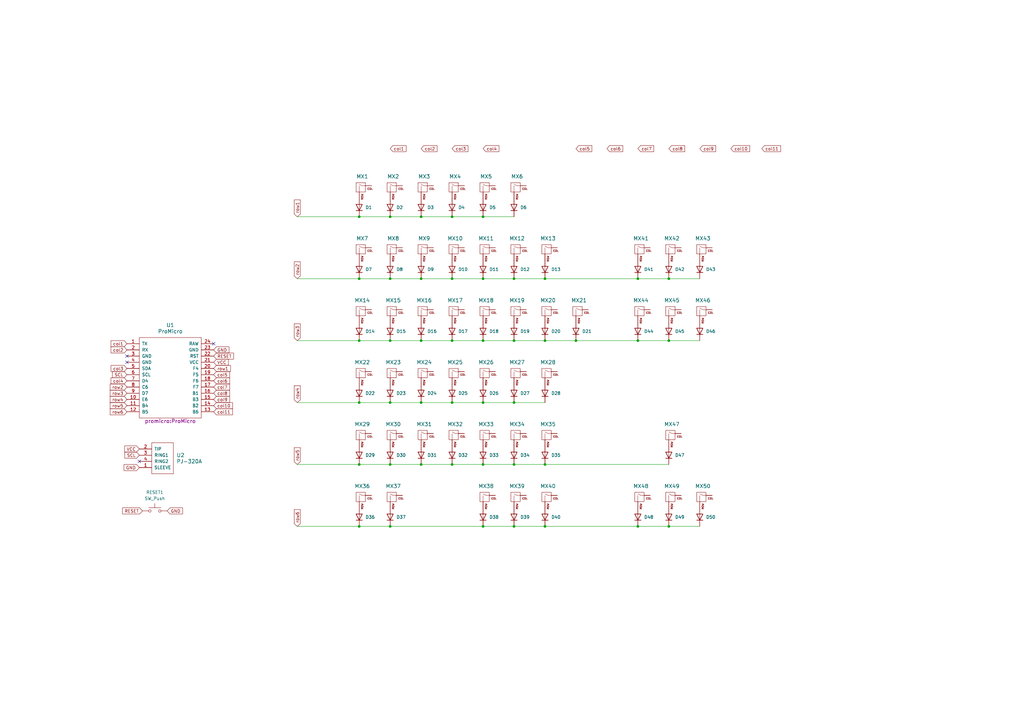
<source format=kicad_sch>
(kicad_sch (version 20230121) (generator eeschema)
  (paper "A3")
  (lib_symbols
    (symbol "Diode:1N4148" (pin_numbers hide) (pin_names hide)
      (property "Reference" "D" (at 0 2.54 0))
      (property "Value" "1N4148" (at 0 -2.54 0))
      (symbol "1N4148_0_1"
        (polyline (pts (xy -1.27 1.27) (xy -1.27 -1.27)) (stroke (width 0.254)))
        (polyline (pts (xy 1.27 0) (xy -1.27 0)))
        (polyline (pts (xy 1.27 1.27) (xy 1.27 -1.27) (xy -1.27 0) (xy 1.27 1.27)) (stroke (width 0.254)))
      )
      (symbol "1N4148_1_1"
        (pin passive line (at -3.81 0 0) (length 2.54) (name "K") (number "1"))
        (pin passive line (at 3.81 0 180) (length 2.54) (name "A") (number "2"))
      )
    )
    (symbol "MX_Alps_Hybrid:MX-NoLED" (pin_names (offset 1.016))
      (property "Reference" "MX" (at -0.635 3.81 0))
      (property "Value" "MX-NoLED" (at -0.635 1.27 0))
      (symbol "MX-NoLED_0_0"
        (rectangle (start -2.54 2.54) (end 1.27 -1.27))
        (polyline (pts (xy -1.27 -1.27) (xy -1.27 1.27)) (stroke (width 0.127)))
        (polyline (pts (xy 1.27 1.27) (xy 0 1.27) (xy -1.27 1.905)) (stroke (width 0.127)))
        (text "COL" (at 3.175 0 0) (effects (font (size 0.762 0.762))))
        (text "ROW" (at 0 -1.905 900) (effects (font (size 0.762 0.762)) (justify right)))
      )
      (symbol "MX-NoLED_1_1"
        (pin passive line (at 3.81 1.27 180) (length 2.54) (name "COL") (number "1"))
        (pin passive line (at -1.27 -3.81 90) (length 2.54) (name "ROW") (number "2"))
      )
    )
    (symbol "Switch:SW_Push" (pin_numbers hide) (pin_names (offset 1.016) hide)
      (property "Reference" "SW" (at 1.27 2.54 0))
      (property "Value" "SW_Push" (at 0 -1.524 0))
      (symbol "SW_Push_0_1"
        (circle (center -2.032 0) (radius 0.508))
        (polyline (pts (xy 0 1.27) (xy 0 3.048)))
        (polyline (pts (xy 2.54 1.27) (xy -2.54 1.27)))
        (circle (center 2.032 0) (radius 0.508))
        (pin passive line (at -5.08 0 0) (length 2.54) (name "1") (number "1"))
        (pin passive line (at 5.08 0 180) (length 2.54) (name "2") (number "2"))
      )
    )
    (symbol "TRRS-PJ-320A:PJ-320A" (pin_names (offset 1.016))
      (property "Reference" "U" (at 5.7912 7.6962 0))
      (property "Value" "PJ-320A" (at 5.7912 5.0038 0))
      (symbol "PJ-320A_0_1"
        (rectangle (start -3.81 0) (end -3.81 12.7))
        (rectangle (start -3.81 12.7) (end 5.08 12.7))
        (rectangle (start 5.08 0) (end -3.81 0))
        (rectangle (start 5.08 12.7) (end 5.08 0))
      )
      (symbol "PJ-320A_1_1"
        (pin input line (at -8.89 2.54 0) (length 5.08) (name "SLEEVE") (number "1"))
        (pin input line (at -8.89 10.16 0) (length 5.08) (name "TIP") (number "2"))
        (pin input line (at -8.89 7.62 0) (length 5.08) (name "RING1") (number "3"))
        (pin input line (at -8.89 5.08 0) (length 5.08) (name "RING2") (number "4"))
      )
    )
    (symbol "promicro:ProMicro" (pin_names (offset 1.016))
      (property "Reference" "U" (at 0 24.13 0))
      (property "Value" "ProMicro" (at 0 -13.97 0))
      (symbol "ProMicro_0_1"
        (rectangle (start -12.7 21.59) (end 12.7 -11.43))
      )
      (symbol "ProMicro_1_1"
        (pin bidirectional line (at -17.78 19.05 0) (length 5.08) (name "TX") (number "1"))
        (pin bidirectional line (at -17.78 -3.81 0) (length 5.08) (name "E6") (number "10"))
        (pin bidirectional line (at -17.78 -6.35 0) (length 5.08) (name "B4") (number "11"))
        (pin bidirectional line (at -17.78 -8.89 0) (length 5.08) (name "B5") (number "12"))
        (pin bidirectional line (at 17.78 -8.89 180) (length 5.08) (name "B6") (number "13"))
        (pin bidirectional line (at 17.78 -6.35 180) (length 5.08) (name "B2") (number "14"))
        (pin bidirectional line (at 17.78 -3.81 180) (length 5.08) (name "B3") (number "15"))
        (pin bidirectional line (at 17.78 -1.27 180) (length 5.08) (name "B1") (number "16"))
        (pin bidirectional line (at 17.78 1.27 180) (length 5.08) (name "F7") (number "17"))
        (pin bidirectional line (at 17.78 3.81 180) (length 5.08) (name "F6") (number "18"))
        (pin bidirectional line (at 17.78 6.35 180) (length 5.08) (name "F5") (number "19"))
        (pin bidirectional line (at -17.78 16.51 0) (length 5.08) (name "RX") (number "2"))
        (pin bidirectional line (at 17.78 8.89 180) (length 5.08) (name "F4") (number "20"))
        (pin power_in line (at 17.78 11.43 180) (length 5.08) (name "VCC") (number "21"))
        (pin input line (at 17.78 13.97 180) (length 5.08) (name "RST") (number "22"))
        (pin power_in line (at 17.78 16.51 180) (length 5.08) (name "GND") (number "23"))
        (pin power_out line (at 17.78 19.05 180) (length 5.08) (name "RAW") (number "24"))
        (pin power_in line (at -17.78 13.97 0) (length 5.08) (name "GND") (number "3"))
        (pin power_in line (at -17.78 11.43 0) (length 5.08) (name "GND") (number "4"))
        (pin bidirectional line (at -17.78 8.89 0) (length 5.08) (name "SDA") (number "5"))
        (pin bidirectional line (at -17.78 6.35 0) (length 5.08) (name "SCL") (number "6"))
        (pin bidirectional line (at -17.78 3.81 0) (length 5.08) (name "D4") (number "7"))
        (pin bidirectional line (at -17.78 1.27 0) (length 5.08) (name "C6") (number "8"))
        (pin bidirectional line (at -17.78 -1.27 0) (length 5.08) (name "D7") (number "9"))
      )
    )
  )
  (junction (at 160.02 114.3))
  (junction (at 147.32 190.5))
  (junction (at 160.02 88.9))
  (junction (at 185.42 114.3))
  (junction (at 172.72 114.3))
  (junction (at 223.52 114.3))
  (junction (at 160.02 215.9))
  (junction (at 223.52 139.7))
  (junction (at 172.72 88.9))
  (junction (at 147.32 88.9))
  (junction (at 261.62 215.9))
  (junction (at 160.02 139.7))
  (junction (at 185.42 139.7))
  (junction (at 210.82 190.5))
  (junction (at 147.32 139.7))
  (junction (at 236.22 139.7))
  (junction (at 274.32 215.9))
  (junction (at 210.82 215.9))
  (junction (at 147.32 165.1))
  (junction (at 274.32 114.3))
  (junction (at 185.42 165.1))
  (junction (at 185.42 88.9))
  (junction (at 160.02 165.1))
  (junction (at 198.12 114.3))
  (junction (at 223.52 190.5))
  (junction (at 210.82 165.1))
  (junction (at 274.32 139.7))
  (junction (at 160.02 190.5))
  (junction (at 198.12 88.9))
  (junction (at 172.72 190.5))
  (junction (at 261.62 139.7))
  (junction (at 210.82 139.7))
  (junction (at 147.32 215.9))
  (junction (at 198.12 139.7))
  (junction (at 198.12 215.9))
  (junction (at 210.82 114.3))
  (junction (at 198.12 165.1))
  (junction (at 185.42 190.5))
  (junction (at 261.62 114.3))
  (junction (at 147.32 114.3))
  (junction (at 223.52 215.9))
  (junction (at 198.12 190.5))
  (junction (at 172.72 165.1))
  (junction (at 172.72 139.7))
  (no_connect (at 87.63 140.97))
  (no_connect (at 52.07 148.59))
  (no_connect (at 52.07 146.05))
  (no_connect (at 57.15 189.23))
  (wire (pts (xy 210.82 215.9) (xy 223.52 215.9)))
  (wire (pts (xy 185.42 190.5) (xy 198.12 190.5)))
  (wire (pts (xy 261.62 215.9) (xy 274.32 215.9)))
  (wire (pts (xy 121.92 165.1) (xy 147.32 165.1)))
  (wire (pts (xy 172.72 165.1) (xy 185.42 165.1)))
  (wire (pts (xy 121.92 215.9) (xy 147.32 215.9)))
  (wire (pts (xy 274.32 215.9) (xy 287.02 215.9)))
  (wire (pts (xy 261.62 114.3) (xy 274.32 114.3)))
  (wire (pts (xy 121.92 114.3) (xy 147.32 114.3)))
  (wire (pts (xy 172.72 114.3) (xy 185.42 114.3)))
  (wire (pts (xy 185.42 114.3) (xy 198.12 114.3)))
  (wire (pts (xy 147.32 165.1) (xy 160.02 165.1)))
  (wire (pts (xy 185.42 139.7) (xy 198.12 139.7)))
  (wire (pts (xy 160.02 139.7) (xy 172.72 139.7)))
  (wire (pts (xy 185.42 88.9) (xy 198.12 88.9)))
  (wire (pts (xy 198.12 215.9) (xy 210.82 215.9)))
  (wire (pts (xy 210.82 190.5) (xy 223.52 190.5)))
  (wire (pts (xy 160.02 165.1) (xy 172.72 165.1)))
  (wire (pts (xy 147.32 139.7) (xy 160.02 139.7)))
  (wire (pts (xy 210.82 165.1) (xy 223.52 165.1)))
  (wire (pts (xy 121.92 139.7) (xy 147.32 139.7)))
  (wire (pts (xy 198.12 190.5) (xy 210.82 190.5)))
  (wire (pts (xy 223.52 139.7) (xy 236.22 139.7)))
  (wire (pts (xy 210.82 139.7) (xy 223.52 139.7)))
  (wire (pts (xy 147.32 190.5) (xy 160.02 190.5)))
  (wire (pts (xy 223.52 215.9) (xy 261.62 215.9)))
  (wire (pts (xy 160.02 215.9) (xy 198.12 215.9)))
  (wire (pts (xy 198.12 165.1) (xy 210.82 165.1)))
  (wire (pts (xy 172.72 88.9) (xy 185.42 88.9)))
  (wire (pts (xy 121.92 190.5) (xy 147.32 190.5)))
  (wire (pts (xy 147.32 114.3) (xy 160.02 114.3)))
  (wire (pts (xy 147.32 215.9) (xy 160.02 215.9)))
  (wire (pts (xy 274.32 139.7) (xy 287.02 139.7)))
  (wire (pts (xy 160.02 190.5) (xy 172.72 190.5)))
  (wire (pts (xy 210.82 114.3) (xy 223.52 114.3)))
  (wire (pts (xy 121.92 88.9) (xy 147.32 88.9)))
  (wire (pts (xy 274.32 114.3) (xy 287.02 114.3)))
  (wire (pts (xy 198.12 114.3) (xy 210.82 114.3)))
  (wire (pts (xy 172.72 190.5) (xy 185.42 190.5)))
  (wire (pts (xy 147.32 88.9) (xy 160.02 88.9)))
  (wire (pts (xy 172.72 139.7) (xy 185.42 139.7)))
  (wire (pts (xy 198.12 139.7) (xy 210.82 139.7)))
  (wire (pts (xy 261.62 139.7) (xy 274.32 139.7)))
  (wire (pts (xy 198.12 88.9) (xy 210.82 88.9)))
  (wire (pts (xy 160.02 88.9) (xy 172.72 88.9)))
  (wire (pts (xy 236.22 139.7) (xy 261.62 139.7)))
  (wire (pts (xy 223.52 190.5) (xy 274.32 190.5)))
  (wire (pts (xy 185.42 165.1) (xy 198.12 165.1)))
  (wire (pts (xy 160.02 114.3) (xy 172.72 114.3)))
  (wire (pts (xy 223.52 114.3) (xy 261.62 114.3)))
  (global_label "row4" (shape input) (at 121.92 165.1 90) (property "Intersheetrefs" "${INTERSHEET_REFS}" (effects hide)))
  (global_label "col3" (shape input) (at 185.42 60.96 0) (property "Intersheetrefs" "${INTERSHEET_REFS}" (effects hide)))
  (global_label "col7" (shape input) (at 87.63 158.75 0) (property "Intersheetrefs" "${INTERSHEET_REFS}" (effects hide)))
  (global_label "GND" (shape input) (at 68.58 209.55 0) (property "Intersheetrefs" "${INTERSHEET_REFS}" (effects hide)))
  (global_label "SCL" (shape input) (at 52.07 153.67 180) (property "Intersheetrefs" "${INTERSHEET_REFS}" (effects hide)))
  (global_label "row3" (shape input) (at 52.07 161.29 180) (property "Intersheetrefs" "${INTERSHEET_REFS}" (effects hide)))
  (global_label "col5" (shape input) (at 87.63 153.67 0) (property "Intersheetrefs" "${INTERSHEET_REFS}" (effects hide)))
  (global_label "col9" (shape input) (at 287.02 60.96 0) (property "Intersheetrefs" "${INTERSHEET_REFS}" (effects hide)))
  (global_label "row3" (shape input) (at 121.92 139.7 90) (property "Intersheetrefs" "${INTERSHEET_REFS}" (effects hide)))
  (global_label "row1" (shape input) (at 87.63 151.13 0) (property "Intersheetrefs" "${INTERSHEET_REFS}" (effects hide)))
  (global_label "col7" (shape input) (at 261.62 60.96 0) (property "Intersheetrefs" "${INTERSHEET_REFS}" (effects hide)))
  (global_label "col8" (shape input) (at 274.32 60.96 0) (property "Intersheetrefs" "${INTERSHEET_REFS}" (effects hide)))
  (global_label "col10" (shape input) (at 299.72 60.96 0) (property "Intersheetrefs" "${INTERSHEET_REFS}" (effects hide)))
  (global_label "GND" (shape input) (at 87.63 143.51 0) (property "Intersheetrefs" "${INTERSHEET_REFS}" (effects hide)))
  (global_label "col8" (shape input) (at 87.63 161.29 0) (property "Intersheetrefs" "${INTERSHEET_REFS}" (effects hide)))
  (global_label "row2" (shape input) (at 121.92 114.3 90) (property "Intersheetrefs" "${INTERSHEET_REFS}" (effects hide)))
  (global_label "VCC" (shape input) (at 57.15 184.15 180) (property "Intersheetrefs" "${INTERSHEET_REFS}" (effects hide)))
  (global_label "row5" (shape input) (at 52.07 166.37 180) (property "Intersheetrefs" "${INTERSHEET_REFS}" (effects hide)))
  (global_label "row1" (shape input) (at 121.92 88.9 90) (property "Intersheetrefs" "${INTERSHEET_REFS}" (effects hide)))
  (global_label "col6" (shape input) (at 87.63 156.21 0) (property "Intersheetrefs" "${INTERSHEET_REFS}" (effects hide)))
  (global_label "col5" (shape input) (at 236.22 60.96 0) (property "Intersheetrefs" "${INTERSHEET_REFS}" (effects hide)))
  (global_label "col3" (shape input) (at 52.07 151.13 180) (property "Intersheetrefs" "${INTERSHEET_REFS}" (effects hide)))
  (global_label "GND" (shape input) (at 57.15 191.77 180) (property "Intersheetrefs" "${INTERSHEET_REFS}" (effects hide)))
  (global_label "col2" (shape input) (at 172.72 60.96 0) (property "Intersheetrefs" "${INTERSHEET_REFS}" (effects hide)))
  (global_label "RESET" (shape input) (at 87.63 146.05 0) (property "Intersheetrefs" "${INTERSHEET_REFS}" (effects hide)))
  (global_label "row2" (shape input) (at 52.07 158.75 180) (property "Intersheetrefs" "${INTERSHEET_REFS}" (effects hide)))
  (global_label "row6" (shape input) (at 52.07 168.91 180) (property "Intersheetrefs" "${INTERSHEET_REFS}" (effects hide)))
  (global_label "col6" (shape input) (at 248.92 60.96 0) (property "Intersheetrefs" "${INTERSHEET_REFS}" (effects hide)))
  (global_label "VCC" (shape input) (at 87.63 148.59 0) (property "Intersheetrefs" "${INTERSHEET_REFS}" (effects hide)))
  (global_label "col4" (shape input) (at 198.12 60.96 0) (property "Intersheetrefs" "${INTERSHEET_REFS}" (effects hide)))
  (global_label "col1" (shape input) (at 160.02 60.96 0) (property "Intersheetrefs" "${INTERSHEET_REFS}" (effects hide)))
  (global_label "RESET" (shape input) (at 58.42 209.55 180) (property "Intersheetrefs" "${INTERSHEET_REFS}" (effects hide)))
  (global_label "col4" (shape input) (at 52.07 156.21 180) (property "Intersheetrefs" "${INTERSHEET_REFS}" (effects hide)))
  (global_label "row5" (shape input) (at 121.92 190.5 90) (property "Intersheetrefs" "${INTERSHEET_REFS}" (effects hide)))
  (global_label "row4" (shape input) (at 52.07 163.83 180) (property "Intersheetrefs" "${INTERSHEET_REFS}" (effects hide)))
  (global_label "col2" (shape input) (at 52.07 143.51 180) (property "Intersheetrefs" "${INTERSHEET_REFS}" (effects hide)))
  (global_label "col9" (shape input) (at 87.63 163.83 0) (property "Intersheetrefs" "${INTERSHEET_REFS}" (effects hide)))
  (global_label "row6" (shape input) (at 121.92 215.9 90) (property "Intersheetrefs" "${INTERSHEET_REFS}" (effects hide)))
  (global_label "SCL" (shape input) (at 57.15 186.69 180) (property "Intersheetrefs" "${INTERSHEET_REFS}" (effects hide)))
  (global_label "col11" (shape input) (at 87.63 168.91 0) (property "Intersheetrefs" "${INTERSHEET_REFS}" (effects hide)))
  (global_label "col11" (shape input) (at 312.42 60.96 0) (property "Intersheetrefs" "${INTERSHEET_REFS}" (effects hide)))
  (global_label "col10" (shape input) (at 87.63 166.37 0) (property "Intersheetrefs" "${INTERSHEET_REFS}" (effects hide)))
  (global_label "col1" (shape input) (at 52.07 140.97 180) (property "Intersheetrefs" "${INTERSHEET_REFS}" (effects hide)))
  (symbol (lib_id "Diode:1N4148") (at 147.32 186.69 90) (unit 1)
    (property "Reference" "D29" (at 149.86 186.69 90) (effects (justify right)))
    (property "Value" "1N4148" (effects hide))
    (property "Footprint" "Diode_THT:D_DO-35_SOD27_P7.62mm_Horizontal" (effects hide))
    (property "Datasheet" "https://assets.nexperia.com/documents/data-sheet/1N4148_1N4448.pdf" (effects hide))
    (property "Sim.Device" "D" (effects hide))
    (property "Sim.Pins" "1=K 2=A" (effects hide))
  )
  (symbol (lib_id "MX_Alps_Hybrid:MX-NoLED") (at 173.99 179.07 0) (unit 1)
    (property "Reference" "MX31" (at 173.99 173.99 0) (effects (font (size 1.524 1.524))))
    (property "Value" "MX-NoLED" (effects hide))
    (property "Footprint" "MX_Only:MXOnly-1U-Hotswap" (effects hide))
  )
  (symbol (lib_id "MX_Alps_Hybrid:MX-NoLED") (at 161.29 204.47 0) (unit 1)
    (property "Reference" "MX37" (at 161.29 199.39 0) (effects (font (size 1.524 1.524))))
    (property "Value" "MX-NoLED" (effects hide))
    (property "Footprint" "MX_Only:MXOnly-1U-Hotswap" (effects hide))
  )
  (symbol (lib_id "MX_Alps_Hybrid:MX-NoLED") (at 212.09 204.47 0) (unit 1)
    (property "Reference" "MX39" (at 212.09 199.39 0) (effects (font (size 1.524 1.524))))
    (property "Value" "MX-NoLED" (effects hide))
    (property "Footprint" "MX_Only:MXOnly-1.25U-Hotswap" (effects hide))
  )
  (symbol (lib_id "MX_Alps_Hybrid:MX-NoLED") (at 148.59 204.47 0) (unit 1)
    (property "Reference" "MX36" (at 148.59 199.39 0) (effects (font (size 1.524 1.524))))
    (property "Value" "MX-NoLED" (effects hide))
    (property "Footprint" "MX_Only:MXOnly-2U-Hotswap" (effects hide))
  )
  (symbol (lib_id "Diode:1N4148") (at 210.82 212.09 90) (unit 1)
    (property "Reference" "D39" (at 213.36 212.09 90) (effects (justify right)))
    (property "Value" "1N4148" (effects hide))
    (property "Footprint" "Diode_THT:D_DO-35_SOD27_P7.62mm_Horizontal" (effects hide))
    (property "Datasheet" "https://assets.nexperia.com/documents/data-sheet/1N4148_1N4448.pdf" (effects hide))
    (property "Sim.Device" "D" (effects hide))
    (property "Sim.Pins" "1=K 2=A" (effects hide))
  )
  (symbol (lib_id "MX_Alps_Hybrid:MX-NoLED") (at 275.59 204.47 0) (unit 1)
    (property "Reference" "MX49" (at 275.59 199.39 0) (effects (font (size 1.524 1.524))))
    (property "Value" "MX-NoLED" (effects hide))
    (property "Footprint" "MX_Only:MXOnly-1U-Hotswap" (effects hide))
  )
  (symbol (lib_id "MX_Alps_Hybrid:MX-NoLED") (at 288.29 102.87 0) (unit 1)
    (property "Reference" "MX43" (at 288.29 97.79 0) (effects (font (size 1.524 1.524))))
    (property "Value" "MX-NoLED" (effects hide))
    (property "Footprint" "MX_Only:MXOnly-1U-Hotswap" (effects hide))
  )
  (symbol (lib_id "MX_Alps_Hybrid:MX-NoLED") (at 224.79 204.47 0) (unit 1)
    (property "Reference" "MX40" (at 224.79 199.39 0) (effects (font (size 1.524 1.524))))
    (property "Value" "MX-NoLED" (effects hide))
    (property "Footprint" "MX_Only:MXOnly-1.25U-Hotswap" (effects hide))
  )
  (symbol (lib_id "MX_Alps_Hybrid:MX-NoLED") (at 288.29 204.47 0) (unit 1)
    (property "Reference" "MX50" (at 288.29 199.39 0) (effects (font (size 1.524 1.524))))
    (property "Value" "MX-NoLED" (effects hide))
    (property "Footprint" "MX_Only:MXOnly-1U-Hotswap" (effects hide))
  )
  (symbol (lib_id "Diode:1N4148") (at 160.02 212.09 90) (unit 1)
    (property "Reference" "D37" (at 162.56 212.09 90) (effects (justify right)))
    (property "Value" "1N4148" (effects hide))
    (property "Footprint" "Diode_THT:D_DO-35_SOD27_P7.62mm_Horizontal" (effects hide))
    (property "Datasheet" "https://assets.nexperia.com/documents/data-sheet/1N4148_1N4448.pdf" (effects hide))
    (property "Sim.Device" "D" (effects hide))
    (property "Sim.Pins" "1=K 2=A" (effects hide))
  )
  (symbol (lib_id "MX_Alps_Hybrid:MX-NoLED") (at 224.79 179.07 0) (unit 1)
    (property "Reference" "MX35" (at 224.79 173.99 0) (effects (font (size 1.524 1.524))))
    (property "Value" "MX-NoLED" (effects hide))
    (property "Footprint" "MX_Only:MXOnly-2.75U-Hotswap" (effects hide))
  )
  (symbol (lib_id "MX_Alps_Hybrid:MX-NoLED") (at 161.29 128.27 0) (unit 1)
    (property "Reference" "MX15" (at 161.29 123.19 0) (effects (font (size 1.524 1.524))))
    (property "Value" "MX-NoLED" (effects hide))
    (property "Footprint" "MX_Only:MXOnly-1U-Hotswap" (effects hide))
  )
  (symbol (lib_id "MX_Alps_Hybrid:MX-NoLED") (at 262.89 128.27 0) (unit 1)
    (property "Reference" "MX44" (at 262.89 123.19 0) (effects (font (size 1.524 1.524))))
    (property "Value" "MX-NoLED" (effects hide))
    (property "Footprint" "MX_Only:MXOnly-1U-Hotswap" (effects hide))
  )
  (symbol (lib_id "MX_Alps_Hybrid:MX-NoLED") (at 212.09 153.67 0) (unit 1)
    (property "Reference" "MX27" (at 212.09 148.59 0) (effects (font (size 1.524 1.524))))
    (property "Value" "MX-NoLED" (effects hide))
    (property "Footprint" "MX_Only:MXOnly-1U-Hotswap" (effects hide))
  )
  (symbol (lib_id "Diode:1N4148") (at 236.22 135.89 90) (unit 1)
    (property "Reference" "D21" (at 238.76 135.89 90) (effects (justify right)))
    (property "Value" "1N4148" (effects hide))
    (property "Footprint" "Diode_THT:D_DO-35_SOD27_P7.62mm_Horizontal" (effects hide))
    (property "Datasheet" "https://assets.nexperia.com/documents/data-sheet/1N4148_1N4448.pdf" (effects hide))
    (property "Sim.Device" "D" (effects hide))
    (property "Sim.Pins" "1=K 2=A" (effects hide))
  )
  (symbol (lib_id "MX_Alps_Hybrid:MX-NoLED") (at 148.59 128.27 0) (unit 1)
    (property "Reference" "MX14" (at 148.59 123.19 0) (effects (font (size 1.524 1.524))))
    (property "Value" "MX-NoLED" (effects hide))
    (property "Footprint" "MX_Only:MXOnly-1U-Hotswap" (effects hide))
  )
  (symbol (lib_id "Diode:1N4148") (at 172.72 186.69 90) (unit 1)
    (property "Reference" "D31" (at 175.26 186.69 90) (effects (justify right)))
    (property "Value" "1N4148" (effects hide))
    (property "Footprint" "Diode_THT:D_DO-35_SOD27_P7.62mm_Horizontal" (effects hide))
    (property "Datasheet" "https://assets.nexperia.com/documents/data-sheet/1N4148_1N4448.pdf" (effects hide))
    (property "Sim.Device" "D" (effects hide))
    (property "Sim.Pins" "1=K 2=A" (effects hide))
  )
  (symbol (lib_id "MX_Alps_Hybrid:MX-NoLED") (at 212.09 179.07 0) (unit 1)
    (property "Reference" "MX34" (at 212.09 173.99 0) (effects (font (size 1.524 1.524))))
    (property "Value" "MX-NoLED" (effects hide))
    (property "Footprint" "MX_Only:MXOnly-1U-Hotswap" (effects hide))
  )
  (symbol (lib_id "Diode:1N4148") (at 223.52 161.29 90) (unit 1)
    (property "Reference" "D28" (at 226.06 161.29 90) (effects (justify right)))
    (property "Value" "1N4148" (effects hide))
    (property "Footprint" "Diode_THT:D_DO-35_SOD27_P7.62mm_Horizontal" (effects hide))
    (property "Datasheet" "https://assets.nexperia.com/documents/data-sheet/1N4148_1N4448.pdf" (effects hide))
    (property "Sim.Device" "D" (effects hide))
    (property "Sim.Pins" "1=K 2=A" (effects hide))
  )
  (symbol (lib_id "MX_Alps_Hybrid:MX-NoLED") (at 161.29 102.87 0) (unit 1)
    (property "Reference" "MX8" (at 161.29 97.79 0) (effects (font (size 1.524 1.524))))
    (property "Value" "MX-NoLED" (effects hide))
    (property "Footprint" "MX_Only:MXOnly-1U-Hotswap" (effects hide))
  )
  (symbol (lib_id "MX_Alps_Hybrid:MX-NoLED") (at 224.79 153.67 0) (unit 1)
    (property "Reference" "MX28" (at 224.79 148.59 0) (effects (font (size 1.524 1.524))))
    (property "Value" "MX-NoLED" (effects hide))
    (property "Footprint" "MX_Only:MXOnly-2.25U-Hotswap" (effects hide))
  )
  (symbol (lib_id "Diode:1N4148") (at 147.32 212.09 90) (unit 1)
    (property "Reference" "D36" (at 149.86 212.09 90) (effects (justify right)))
    (property "Value" "1N4148" (effects hide))
    (property "Footprint" "Diode_THT:D_DO-35_SOD27_P7.62mm_Horizontal" (effects hide))
    (property "Datasheet" "https://assets.nexperia.com/documents/data-sheet/1N4148_1N4448.pdf" (effects hide))
    (property "Sim.Device" "D" (effects hide))
    (property "Sim.Pins" "1=K 2=A" (effects hide))
  )
  (symbol (lib_id "Diode:1N4148") (at 223.52 212.09 90) (unit 1)
    (property "Reference" "D40" (at 226.06 212.09 90) (effects (justify right)))
    (property "Value" "1N4148" (effects hide))
    (property "Footprint" "Diode_THT:D_DO-35_SOD27_P7.62mm_Horizontal" (effects hide))
    (property "Datasheet" "https://assets.nexperia.com/documents/data-sheet/1N4148_1N4448.pdf" (effects hide))
    (property "Sim.Device" "D" (effects hide))
    (property "Sim.Pins" "1=K 2=A" (effects hide))
  )
  (symbol (lib_id "MX_Alps_Hybrid:MX-NoLED") (at 161.29 179.07 0) (unit 1)
    (property "Reference" "MX30" (at 161.29 173.99 0) (effects (font (size 1.524 1.524))))
    (property "Value" "MX-NoLED" (effects hide))
    (property "Footprint" "MX_Only:MXOnly-1U-Hotswap" (effects hide))
  )
  (symbol (lib_id "promicro:ProMicro") (at 69.85 160.02 0) (unit 1)
    (property "Reference" "U1" (at 69.85 133.35 0) (effects (font (size 1.524 1.524))))
    (property "Value" "ProMicro" (at 69.85 135.89 0) (effects (font (size 1.524 1.524))))
    (property "Footprint" "promicro:ProMicro" (at 69.85 172.72 0) (effects (font (size 1.524 1.524))))
  )
  (symbol (lib_id "MX_Alps_Hybrid:MX-NoLED") (at 199.39 128.27 0) (unit 1)
    (property "Reference" "MX18" (at 199.39 123.19 0) (effects (font (size 1.524 1.524))))
    (property "Value" "MX-NoLED" (effects hide))
    (property "Footprint" "MX_Only:MXOnly-1U-Hotswap" (effects hide))
  )
  (symbol (lib_id "MX_Alps_Hybrid:MX-NoLED") (at 148.59 153.67 0) (unit 1)
    (property "Reference" "MX22" (at 148.59 148.59 0) (effects (font (size 1.524 1.524))))
    (property "Value" "MX-NoLED" (effects hide))
    (property "Footprint" "MX_Only:MXOnly-1U-Hotswap" (effects hide))
  )
  (symbol (lib_id "MX_Alps_Hybrid:MX-NoLED") (at 224.79 128.27 0) (unit 1)
    (property "Reference" "MX20" (at 224.79 123.19 0) (effects (font (size 1.524 1.524))))
    (property "Value" "MX-NoLED" (effects hide))
    (property "Footprint" "MX_Only:MXOnly-1U-Hotswap" (effects hide))
  )
  (symbol (lib_id "Diode:1N4148") (at 160.02 110.49 90) (unit 1)
    (property "Reference" "D8" (at 162.56 110.49 90) (effects (justify right)))
    (property "Value" "1N4148" (effects hide))
    (property "Footprint" "Diode_THT:D_DO-35_SOD27_P7.62mm_Horizontal" (effects hide))
    (property "Datasheet" "https://assets.nexperia.com/documents/data-sheet/1N4148_1N4448.pdf" (effects hide))
    (property "Sim.Device" "D" (effects hide))
    (property "Sim.Pins" "1=K 2=A" (effects hide))
  )
  (symbol (lib_id "MX_Alps_Hybrid:MX-NoLED") (at 262.89 204.47 0) (unit 1)
    (property "Reference" "MX48" (at 262.89 199.39 0) (effects (font (size 1.524 1.524))))
    (property "Value" "MX-NoLED" (effects hide))
    (property "Footprint" "MX_Only:MXOnly-1U-Hotswap" (effects hide))
  )
  (symbol (lib_id "MX_Alps_Hybrid:MX-NoLED") (at 186.69 179.07 0) (unit 1)
    (property "Reference" "MX32" (at 186.69 173.99 0) (effects (font (size 1.524 1.524))))
    (property "Value" "MX-NoLED" (effects hide))
    (property "Footprint" "MX_Only:MXOnly-1U-Hotswap" (effects hide))
  )
  (symbol (lib_id "MX_Alps_Hybrid:MX-NoLED") (at 173.99 128.27 0) (unit 1)
    (property "Reference" "MX16" (at 173.99 123.19 0) (effects (font (size 1.524 1.524))))
    (property "Value" "MX-NoLED" (effects hide))
    (property "Footprint" "MX_Only:MXOnly-1U-Hotswap" (effects hide))
  )
  (symbol (lib_id "Diode:1N4148") (at 198.12 135.89 90) (unit 1)
    (property "Reference" "D18" (at 200.66 135.89 90) (effects (justify right)))
    (property "Value" "1N4148" (effects hide))
    (property "Footprint" "Diode_THT:D_DO-35_SOD27_P7.62mm_Horizontal" (effects hide))
    (property "Datasheet" "https://assets.nexperia.com/documents/data-sheet/1N4148_1N4448.pdf" (effects hide))
    (property "Sim.Device" "D" (effects hide))
    (property "Sim.Pins" "1=K 2=A" (effects hide))
  )
  (symbol (lib_id "Diode:1N4148") (at 185.42 85.09 90) (unit 1)
    (property "Reference" "D4" (at 187.96 85.09 90) (effects (justify right)))
    (property "Value" "1N4148" (effects hide))
    (property "Footprint" "Diode_THT:D_DO-35_SOD27_P7.62mm_Horizontal" (effects hide))
    (property "Datasheet" "https://assets.nexperia.com/documents/data-sheet/1N4148_1N4448.pdf" (effects hide))
    (property "Sim.Device" "D" (effects hide))
    (property "Sim.Pins" "1=K 2=A" (effects hide))
  )
  (symbol (lib_id "MX_Alps_Hybrid:MX-NoLED") (at 173.99 153.67 0) (unit 1)
    (property "Reference" "MX24" (at 173.99 148.59 0) (effects (font (size 1.524 1.524))))
    (property "Value" "MX-NoLED" (effects hide))
    (property "Footprint" "MX_Only:MXOnly-1U-Hotswap" (effects hide))
  )
  (symbol (lib_id "Diode:1N4148") (at 172.72 85.09 90) (unit 1)
    (property "Reference" "D3" (at 175.26 85.09 90) (effects (justify right)))
    (property "Value" "1N4148" (effects hide))
    (property "Footprint" "Diode_THT:D_DO-35_SOD27_P7.62mm_Horizontal" (effects hide))
    (property "Datasheet" "https://assets.nexperia.com/documents/data-sheet/1N4148_1N4448.pdf" (effects hide))
    (property "Sim.Device" "D" (effects hide))
    (property "Sim.Pins" "1=K 2=A" (effects hide))
  )
  (symbol (lib_id "TRRS-PJ-320A:PJ-320A") (at 66.04 194.31 0) (unit 1)
    (property "Reference" "U2" (at 72.39 186.69 0) (effects (font (size 1.524 1.524)) (justify left)))
    (property "Value" "PJ-320A" (at 72.39 189.23 0) (effects (font (size 1.524 1.524)) (justify left)))
    (property "Footprint" "pj320:TRRS-PJ-320A" (effects hide))
  )
  (symbol (lib_id "Diode:1N4148") (at 210.82 110.49 90) (unit 1)
    (property "Reference" "D12" (at 213.36 110.49 90) (effects (justify right)))
    (property "Value" "1N4148" (effects hide))
    (property "Footprint" "Diode_THT:D_DO-35_SOD27_P7.62mm_Horizontal" (effects hide))
    (property "Datasheet" "https://assets.nexperia.com/documents/data-sheet/1N4148_1N4448.pdf" (effects hide))
    (property "Sim.Device" "D" (effects hide))
    (property "Sim.Pins" "1=K 2=A" (effects hide))
  )
  (symbol (lib_id "Switch:SW_Push") (at 63.5 209.55 0) (unit 1)
    (property "Reference" "RESET1" (at 63.5 201.93 0))
    (property "Value" "SW_Push" (at 63.5 204.47 0))
    (property "Footprint" "reset:ResetSW_4P" (effects hide))
  )
  (symbol (lib_id "MX_Alps_Hybrid:MX-NoLED") (at 173.99 102.87 0) (unit 1)
    (property "Reference" "MX9" (at 173.99 97.79 0) (effects (font (size 1.524 1.524))))
    (property "Value" "MX-NoLED" (effects hide))
    (property "Footprint" "MX_Only:MXOnly-1U-Hotswap" (effects hide))
  )
  (symbol (lib_id "Diode:1N4148") (at 261.62 212.09 90) (unit 1)
    (property "Reference" "D48" (at 264.16 212.09 90) (effects (justify right)))
    (property "Value" "1N4148" (effects hide))
    (property "Footprint" "Diode_THT:D_DO-35_SOD27_P7.62mm_Horizontal" (effects hide))
    (property "Datasheet" "https://assets.nexperia.com/documents/data-sheet/1N4148_1N4448.pdf" (effects hide))
    (property "Sim.Device" "D" (effects hide))
    (property "Sim.Pins" "1=K 2=A" (effects hide))
  )
  (symbol (lib_id "Diode:1N4148") (at 172.72 161.29 90) (unit 1)
    (property "Reference" "D24" (at 175.26 161.29 90) (effects (justify right)))
    (property "Value" "1N4148" (effects hide))
    (property "Footprint" "Diode_THT:D_DO-35_SOD27_P7.62mm_Horizontal" (effects hide))
    (property "Datasheet" "https://assets.nexperia.com/documents/data-sheet/1N4148_1N4448.pdf" (effects hide))
    (property "Sim.Device" "D" (effects hide))
    (property "Sim.Pins" "1=K 2=A" (effects hide))
  )
  (symbol (lib_id "Diode:1N4148") (at 147.32 85.09 90) (unit 1)
    (property "Reference" "D1" (at 149.86 85.09 90) (effects (justify right)))
    (property "Value" "1N4148" (effects hide))
    (property "Footprint" "Diode_THT:D_DO-35_SOD27_P7.62mm_Horizontal" (effects hide))
    (property "Datasheet" "https://assets.nexperia.com/documents/data-sheet/1N4148_1N4448.pdf" (effects hide))
    (property "Sim.Device" "D" (effects hide))
    (property "Sim.Pins" "1=K 2=A" (effects hide))
  )
  (symbol (lib_id "MX_Alps_Hybrid:MX-NoLED") (at 199.39 102.87 0) (unit 1)
    (property "Reference" "MX11" (at 199.39 97.79 0) (effects (font (size 1.524 1.524))))
    (property "Value" "MX-NoLED" (effects hide))
    (property "Footprint" "MX_Only:MXOnly-1U-Hotswap" (effects hide))
  )
  (symbol (lib_id "Diode:1N4148") (at 210.82 85.09 90) (unit 1)
    (property "Reference" "D6" (at 213.36 85.09 90) (effects (justify right)))
    (property "Value" "1N4148" (effects hide))
    (property "Footprint" "Diode_THT:D_DO-35_SOD27_P7.62mm_Horizontal" (effects hide))
    (property "Datasheet" "https://assets.nexperia.com/documents/data-sheet/1N4148_1N4448.pdf" (effects hide))
    (property "Sim.Device" "D" (effects hide))
    (property "Sim.Pins" "1=K 2=A" (effects hide))
  )
  (symbol (lib_id "MX_Alps_Hybrid:MX-NoLED") (at 199.39 153.67 0) (unit 1)
    (property "Reference" "MX26" (at 199.39 148.59 0) (effects (font (size 1.524 1.524))))
    (property "Value" "MX-NoLED" (effects hide))
    (property "Footprint" "MX_Only:MXOnly-1U-Hotswap" (effects hide))
  )
  (symbol (lib_id "MX_Alps_Hybrid:MX-NoLED") (at 161.29 77.47 0) (unit 1)
    (property "Reference" "MX2" (at 161.29 72.39 0) (effects (font (size 1.524 1.524))))
    (property "Value" "MX-NoLED" (effects hide))
    (property "Footprint" "MX_Only:MXOnly-1U-Hotswap" (effects hide))
  )
  (symbol (lib_id "Diode:1N4148") (at 287.02 135.89 90) (unit 1)
    (property "Reference" "D46" (at 289.56 135.89 90) (effects (justify right)))
    (property "Value" "1N4148" (effects hide))
    (property "Footprint" "Diode_THT:D_DO-35_SOD27_P7.62mm_Horizontal" (effects hide))
    (property "Datasheet" "https://assets.nexperia.com/documents/data-sheet/1N4148_1N4448.pdf" (effects hide))
    (property "Sim.Device" "D" (effects hide))
    (property "Sim.Pins" "1=K 2=A" (effects hide))
  )
  (symbol (lib_id "Diode:1N4148") (at 172.72 110.49 90) (unit 1)
    (property "Reference" "D9" (at 175.26 110.49 90) (effects (justify right)))
    (property "Value" "1N4148" (effects hide))
    (property "Footprint" "Diode_THT:D_DO-35_SOD27_P7.62mm_Horizontal" (effects hide))
    (property "Datasheet" "https://assets.nexperia.com/documents/data-sheet/1N4148_1N4448.pdf" (effects hide))
    (property "Sim.Device" "D" (effects hide))
    (property "Sim.Pins" "1=K 2=A" (effects hide))
  )
  (symbol (lib_id "Diode:1N4148") (at 223.52 135.89 90) (unit 1)
    (property "Reference" "D20" (at 226.06 135.89 90) (effects (justify right)))
    (property "Value" "1N4148" (effects hide))
    (property "Footprint" "Diode_THT:D_DO-35_SOD27_P7.62mm_Horizontal" (effects hide))
    (property "Datasheet" "https://assets.nexperia.com/documents/data-sheet/1N4148_1N4448.pdf" (effects hide))
    (property "Sim.Device" "D" (effects hide))
    (property "Sim.Pins" "1=K 2=A" (effects hide))
  )
  (symbol (lib_id "MX_Alps_Hybrid:MX-NoLED") (at 173.99 77.47 0) (unit 1)
    (property "Reference" "MX3" (at 173.99 72.39 0) (effects (font (size 1.524 1.524))))
    (property "Value" "MX-NoLED" (effects hide))
    (property "Footprint" "MX_Only:MXOnly-1U-Hotswap" (effects hide))
  )
  (symbol (lib_id "MX_Alps_Hybrid:MX-NoLED") (at 199.39 77.47 0) (unit 1)
    (property "Reference" "MX5" (at 199.39 72.39 0) (effects (font (size 1.524 1.524))))
    (property "Value" "MX-NoLED" (effects hide))
    (property "Footprint" "MX_Only:MXOnly-1U-Hotswap" (effects hide))
  )
  (symbol (lib_id "MX_Alps_Hybrid:MX-NoLED") (at 288.29 128.27 0) (unit 1)
    (property "Reference" "MX46" (at 288.29 123.19 0) (effects (font (size 1.524 1.524))))
    (property "Value" "MX-NoLED" (effects hide))
    (property "Footprint" "MX_Only:MXOnly-1U-Hotswap" (effects hide))
  )
  (symbol (lib_id "Diode:1N4148") (at 223.52 110.49 90) (unit 1)
    (property "Reference" "D13" (at 226.06 110.49 90) (effects (justify right)))
    (property "Value" "1N4148" (effects hide))
    (property "Footprint" "Diode_THT:D_DO-35_SOD27_P7.62mm_Horizontal" (effects hide))
    (property "Datasheet" "https://assets.nexperia.com/documents/data-sheet/1N4148_1N4448.pdf" (effects hide))
    (property "Sim.Device" "D" (effects hide))
    (property "Sim.Pins" "1=K 2=A" (effects hide))
  )
  (symbol (lib_id "MX_Alps_Hybrid:MX-NoLED") (at 186.69 128.27 0) (unit 1)
    (property "Reference" "MX17" (at 186.69 123.19 0) (effects (font (size 1.524 1.524))))
    (property "Value" "MX-NoLED" (effects hide))
    (property "Footprint" "MX_Only:MXOnly-1U-Hotswap" (effects hide))
  )
  (symbol (lib_id "Diode:1N4148") (at 198.12 212.09 90) (unit 1)
    (property "Reference" "D38" (at 200.66 212.09 90) (effects (justify right)))
    (property "Value" "1N4148" (effects hide))
    (property "Footprint" "Diode_THT:D_DO-35_SOD27_P7.62mm_Horizontal" (effects hide))
    (property "Datasheet" "https://assets.nexperia.com/documents/data-sheet/1N4148_1N4448.pdf" (effects hide))
    (property "Sim.Device" "D" (effects hide))
    (property "Sim.Pins" "1=K 2=A" (effects hide))
  )
  (symbol (lib_id "Diode:1N4148") (at 198.12 85.09 90) (unit 1)
    (property "Reference" "D5" (at 200.66 85.09 90) (effects (justify right)))
    (property "Value" "1N4148" (effects hide))
    (property "Footprint" "Diode_THT:D_DO-35_SOD27_P7.62mm_Horizontal" (effects hide))
    (property "Datasheet" "https://assets.nexperia.com/documents/data-sheet/1N4148_1N4448.pdf" (effects hide))
    (property "Sim.Device" "D" (effects hide))
    (property "Sim.Pins" "1=K 2=A" (effects hide))
  )
  (symbol (lib_id "MX_Alps_Hybrid:MX-NoLED") (at 262.89 102.87 0) (unit 1)
    (property "Reference" "MX41" (at 262.89 97.79 0) (effects (font (size 1.524 1.524))))
    (property "Value" "MX-NoLED" (effects hide))
    (property "Footprint" "MX_Only:MXOnly-1U-Hotswap" (effects hide))
  )
  (symbol (lib_id "Diode:1N4148") (at 185.42 161.29 90) (unit 1)
    (property "Reference" "D25" (at 187.96 161.29 90) (effects (justify right)))
    (property "Value" "1N4148" (effects hide))
    (property "Footprint" "Diode_THT:D_DO-35_SOD27_P7.62mm_Horizontal" (effects hide))
    (property "Datasheet" "https://assets.nexperia.com/documents/data-sheet/1N4148_1N4448.pdf" (effects hide))
    (property "Sim.Device" "D" (effects hide))
    (property "Sim.Pins" "1=K 2=A" (effects hide))
  )
  (symbol (lib_id "Diode:1N4148") (at 274.32 110.49 90) (unit 1)
    (property "Reference" "D42" (at 276.86 110.49 90) (effects (justify right)))
    (property "Value" "1N4148" (effects hide))
    (property "Footprint" "Diode_THT:D_DO-35_SOD27_P7.62mm_Horizontal" (effects hide))
    (property "Datasheet" "https://assets.nexperia.com/documents/data-sheet/1N4148_1N4448.pdf" (effects hide))
    (property "Sim.Device" "D" (effects hide))
    (property "Sim.Pins" "1=K 2=A" (effects hide))
  )
  (symbol (lib_id "Diode:1N4148") (at 198.12 110.49 90) (unit 1)
    (property "Reference" "D11" (at 200.66 110.49 90) (effects (justify right)))
    (property "Value" "1N4148" (effects hide))
    (property "Footprint" "Diode_THT:D_DO-35_SOD27_P7.62mm_Horizontal" (effects hide))
    (property "Datasheet" "https://assets.nexperia.com/documents/data-sheet/1N4148_1N4448.pdf" (effects hide))
    (property "Sim.Device" "D" (effects hide))
    (property "Sim.Pins" "1=K 2=A" (effects hide))
  )
  (symbol (lib_id "Diode:1N4148") (at 185.42 110.49 90) (unit 1)
    (property "Reference" "D10" (at 187.96 110.49 90) (effects (justify right)))
    (property "Value" "1N4148" (effects hide))
    (property "Footprint" "Diode_THT:D_DO-35_SOD27_P7.62mm_Horizontal" (effects hide))
    (property "Datasheet" "https://assets.nexperia.com/documents/data-sheet/1N4148_1N4448.pdf" (effects hide))
    (property "Sim.Device" "D" (effects hide))
    (property "Sim.Pins" "1=K 2=A" (effects hide))
  )
  (symbol (lib_id "MX_Alps_Hybrid:MX-NoLED") (at 212.09 128.27 0) (unit 1)
    (property "Reference" "MX19" (at 212.09 123.19 0) (effects (font (size 1.524 1.524))))
    (property "Value" "MX-NoLED" (effects hide))
    (property "Footprint" "MX_Only:MXOnly-1U-Hotswap" (effects hide))
  )
  (symbol (lib_id "Diode:1N4148") (at 147.32 110.49 90) (unit 1)
    (property "Reference" "D7" (at 149.86 110.49 90) (effects (justify right)))
    (property "Value" "1N4148" (effects hide))
    (property "Footprint" "Diode_THT:D_DO-35_SOD27_P7.62mm_Horizontal" (effects hide))
    (property "Datasheet" "https://assets.nexperia.com/documents/data-sheet/1N4148_1N4448.pdf" (effects hide))
    (property "Sim.Device" "D" (effects hide))
    (property "Sim.Pins" "1=K 2=A" (effects hide))
  )
  (symbol (lib_id "Diode:1N4148") (at 261.62 110.49 90) (unit 1)
    (property "Reference" "D41" (at 264.16 110.49 90) (effects (justify right)))
    (property "Value" "1N4148" (effects hide))
    (property "Footprint" "Diode_THT:D_DO-35_SOD27_P7.62mm_Horizontal" (effects hide))
    (property "Datasheet" "https://assets.nexperia.com/documents/data-sheet/1N4148_1N4448.pdf" (effects hide))
    (property "Sim.Device" "D" (effects hide))
    (property "Sim.Pins" "1=K 2=A" (effects hide))
  )
  (symbol (lib_id "Diode:1N4148") (at 172.72 135.89 90) (unit 1)
    (property "Reference" "D16" (at 175.26 135.89 90) (effects (justify right)))
    (property "Value" "1N4148" (effects hide))
    (property "Footprint" "Diode_THT:D_DO-35_SOD27_P7.62mm_Horizontal" (effects hide))
    (property "Datasheet" "https://assets.nexperia.com/documents/data-sheet/1N4148_1N4448.pdf" (effects hide))
    (property "Sim.Device" "D" (effects hide))
    (property "Sim.Pins" "1=K 2=A" (effects hide))
  )
  (symbol (lib_id "MX_Alps_Hybrid:MX-NoLED") (at 148.59 102.87 0) (unit 1)
    (property "Reference" "MX7" (at 148.59 97.79 0) (effects (font (size 1.524 1.524))))
    (property "Value" "MX-NoLED" (effects hide))
    (property "Footprint" "MX_Only:MXOnly-1U-Hotswap" (effects hide))
  )
  (symbol (lib_id "Diode:1N4148") (at 198.12 186.69 90) (unit 1)
    (property "Reference" "D33" (at 200.66 186.69 90) (effects (justify right)))
    (property "Value" "1N4148" (effects hide))
    (property "Footprint" "Diode_THT:D_DO-35_SOD27_P7.62mm_Horizontal" (effects hide))
    (property "Datasheet" "https://assets.nexperia.com/documents/data-sheet/1N4148_1N4448.pdf" (effects hide))
    (property "Sim.Device" "D" (effects hide))
    (property "Sim.Pins" "1=K 2=A" (effects hide))
  )
  (symbol (lib_id "Diode:1N4148") (at 261.62 135.89 90) (unit 1)
    (property "Reference" "D44" (at 264.16 135.89 90) (effects (justify right)))
    (property "Value" "1N4148" (effects hide))
    (property "Footprint" "Diode_THT:D_DO-35_SOD27_P7.62mm_Horizontal" (effects hide))
    (property "Datasheet" "https://assets.nexperia.com/documents/data-sheet/1N4148_1N4448.pdf" (effects hide))
    (property "Sim.Device" "D" (effects hide))
    (property "Sim.Pins" "1=K 2=A" (effects hide))
  )
  (symbol (lib_id "Diode:1N4148") (at 287.02 212.09 90) (unit 1)
    (property "Reference" "D50" (at 289.56 212.09 90) (effects (justify right)))
    (property "Value" "1N4148" (effects hide))
    (property "Footprint" "Diode_THT:D_DO-35_SOD27_P7.62mm_Horizontal" (effects hide))
    (property "Datasheet" "https://assets.nexperia.com/documents/data-sheet/1N4148_1N4448.pdf" (effects hide))
    (property "Sim.Device" "D" (effects hide))
    (property "Sim.Pins" "1=K 2=A" (effects hide))
  )
  (symbol (lib_id "MX_Alps_Hybrid:MX-NoLED") (at 275.59 102.87 0) (unit 1)
    (property "Reference" "MX42" (at 275.59 97.79 0) (effects (font (size 1.524 1.524))))
    (property "Value" "MX-NoLED" (effects hide))
    (property "Footprint" "MX_Only:MXOnly-1U-Hotswap" (effects hide))
  )
  (symbol (lib_id "MX_Alps_Hybrid:MX-NoLED") (at 199.39 179.07 0) (unit 1)
    (property "Reference" "MX33" (at 199.39 173.99 0) (effects (font (size 1.524 1.524))))
    (property "Value" "MX-NoLED" (effects hide))
    (property "Footprint" "MX_Only:MXOnly-1U-Hotswap" (effects hide))
  )
  (symbol (lib_id "Diode:1N4148") (at 274.32 186.69 90) (unit 1)
    (property "Reference" "D47" (at 276.86 186.69 90) (effects (justify right)))
    (property "Value" "1N4148" (effects hide))
    (property "Footprint" "Diode_THT:D_DO-35_SOD27_P7.62mm_Horizontal" (effects hide))
    (property "Datasheet" "https://assets.nexperia.com/documents/data-sheet/1N4148_1N4448.pdf" (effects hide))
    (property "Sim.Device" "D" (effects hide))
    (property "Sim.Pins" "1=K 2=A" (effects hide))
  )
  (symbol (lib_id "Diode:1N4148") (at 198.12 161.29 90) (unit 1)
    (property "Reference" "D26" (at 200.66 161.29 90) (effects (justify right)))
    (property "Value" "1N4148" (effects hide))
    (property "Footprint" "Diode_THT:D_DO-35_SOD27_P7.62mm_Horizontal" (effects hide))
    (property "Datasheet" "https://assets.nexperia.com/documents/data-sheet/1N4148_1N4448.pdf" (effects hide))
    (property "Sim.Device" "D" (effects hide))
    (property "Sim.Pins" "1=K 2=A" (effects hide))
  )
  (symbol (lib_id "MX_Alps_Hybrid:MX-NoLED") (at 212.09 102.87 0) (unit 1)
    (property "Reference" "MX12" (at 212.09 97.79 0) (effects (font (size 1.524 1.524))))
    (property "Value" "MX-NoLED" (effects hide))
    (property "Footprint" "MX_Only:MXOnly-1U-Hotswap" (effects hide))
  )
  (symbol (lib_id "Diode:1N4148") (at 287.02 110.49 90) (unit 1)
    (property "Reference" "D43" (at 289.56 110.49 90) (effects (justify right)))
    (property "Value" "1N4148" (effects hide))
    (property "Footprint" "Diode_THT:D_DO-35_SOD27_P7.62mm_Horizontal" (effects hide))
    (property "Datasheet" "https://assets.nexperia.com/documents/data-sheet/1N4148_1N4448.pdf" (effects hide))
    (property "Sim.Device" "D" (effects hide))
    (property "Sim.Pins" "1=K 2=A" (effects hide))
  )
  (symbol (lib_id "MX_Alps_Hybrid:MX-NoLED") (at 186.69 153.67 0) (unit 1)
    (property "Reference" "MX25" (at 186.69 148.59 0) (effects (font (size 1.524 1.524))))
    (property "Value" "MX-NoLED" (effects hide))
    (property "Footprint" "MX_Only:MXOnly-1U-Hotswap" (effects hide))
  )
  (symbol (lib_id "Diode:1N4148") (at 210.82 161.29 90) (unit 1)
    (property "Reference" "D27" (at 213.36 161.29 90) (effects (justify right)))
    (property "Value" "1N4148" (effects hide))
    (property "Footprint" "Diode_THT:D_DO-35_SOD27_P7.62mm_Horizontal" (effects hide))
    (property "Datasheet" "https://assets.nexperia.com/documents/data-sheet/1N4148_1N4448.pdf" (effects hide))
    (property "Sim.Device" "D" (effects hide))
    (property "Sim.Pins" "1=K 2=A" (effects hide))
  )
  (symbol (lib_id "Diode:1N4148") (at 185.42 186.69 90) (unit 1)
    (property "Reference" "D32" (at 187.96 186.69 90) (effects (justify right)))
    (property "Value" "1N4148" (effects hide))
    (property "Footprint" "Diode_THT:D_DO-35_SOD27_P7.62mm_Horizontal" (effects hide))
    (property "Datasheet" "https://assets.nexperia.com/documents/data-sheet/1N4148_1N4448.pdf" (effects hide))
    (property "Sim.Device" "D" (effects hide))
    (property "Sim.Pins" "1=K 2=A" (effects hide))
  )
  (symbol (lib_id "Diode:1N4148") (at 160.02 186.69 90) (unit 1)
    (property "Reference" "D30" (at 162.56 186.69 90) (effects (justify right)))
    (property "Value" "1N4148" (effects hide))
    (property "Footprint" "Diode_THT:D_DO-35_SOD27_P7.62mm_Horizontal" (effects hide))
    (property "Datasheet" "https://assets.nexperia.com/documents/data-sheet/1N4148_1N4448.pdf" (effects hide))
    (property "Sim.Device" "D" (effects hide))
    (property "Sim.Pins" "1=K 2=A" (effects hide))
  )
  (symbol (lib_id "Diode:1N4148") (at 147.32 135.89 90) (unit 1)
    (property "Reference" "D14" (at 149.86 135.89 90) (effects (justify right)))
    (property "Value" "1N4148" (effects hide))
    (property "Footprint" "Diode_THT:D_DO-35_SOD27_P7.62mm_Horizontal" (effects hide))
    (property "Datasheet" "https://assets.nexperia.com/documents/data-sheet/1N4148_1N4448.pdf" (effects hide))
    (property "Sim.Device" "D" (effects hide))
    (property "Sim.Pins" "1=K 2=A" (effects hide))
  )
  (symbol (lib_id "MX_Alps_Hybrid:MX-NoLED") (at 237.49 128.27 0) (unit 1)
    (property "Reference" "MX21" (at 237.49 123.19 0) (effects (font (size 1.524 1.524))))
    (property "Value" "MX-NoLED" (effects hide))
    (property "Footprint" "MX_Only:MXOnly-1.5U-Hotswap" (effects hide))
  )
  (symbol (lib_id "Diode:1N4148") (at 274.32 212.09 90) (unit 1)
    (property "Reference" "D49" (at 276.86 212.09 90) (effects (justify right)))
    (property "Value" "1N4148" (effects hide))
    (property "Footprint" "Diode_THT:D_DO-35_SOD27_P7.62mm_Horizontal" (effects hide))
    (property "Datasheet" "https://assets.nexperia.com/documents/data-sheet/1N4148_1N4448.pdf" (effects hide))
    (property "Sim.Device" "D" (effects hide))
    (property "Sim.Pins" "1=K 2=A" (effects hide))
  )
  (symbol (lib_id "Diode:1N4148") (at 160.02 161.29 90) (unit 1)
    (property "Reference" "D23" (at 162.56 161.29 90) (effects (justify right)))
    (property "Value" "1N4148" (effects hide))
    (property "Footprint" "Diode_THT:D_DO-35_SOD27_P7.62mm_Horizontal" (effects hide))
    (property "Datasheet" "https://assets.nexperia.com/documents/data-sheet/1N4148_1N4448.pdf" (effects hide))
    (property "Sim.Device" "D" (effects hide))
    (property "Sim.Pins" "1=K 2=A" (effects hide))
  )
  (symbol (lib_id "Diode:1N4148") (at 185.42 135.89 90) (unit 1)
    (property "Reference" "D17" (at 187.96 135.89 90) (effects (justify right)))
    (property "Value" "1N4148" (effects hide))
    (property "Footprint" "Diode_THT:D_DO-35_SOD27_P7.62mm_Horizontal" (effects hide))
    (property "Datasheet" "https://assets.nexperia.com/documents/data-sheet/1N4148_1N4448.pdf" (effects hide))
    (property "Sim.Device" "D" (effects hide))
    (property "Sim.Pins" "1=K 2=A" (effects hide))
  )
  (symbol (lib_id "Diode:1N4148") (at 223.52 186.69 90) (unit 1)
    (property "Reference" "D35" (at 226.06 186.69 90) (effects (justify right)))
    (property "Value" "1N4148" (effects hide))
    (property "Footprint" "Diode_THT:D_DO-35_SOD27_P7.62mm_Horizontal" (effects hide))
    (property "Datasheet" "https://assets.nexperia.com/documents/data-sheet/1N4148_1N4448.pdf" (effects hide))
    (property "Sim.Device" "D" (effects hide))
    (property "Sim.Pins" "1=K 2=A" (effects hide))
  )
  (symbol (lib_id "MX_Alps_Hybrid:MX-NoLED") (at 275.59 179.07 0) (unit 1)
    (property "Reference" "MX47" (at 275.59 173.99 0) (effects (font (size 1.524 1.524))))
    (property "Value" "MX-NoLED" (effects hide))
    (property "Footprint" "MX_Only:MXOnly-1U-Hotswap" (effects hide))
  )
  (symbol (lib_id "MX_Alps_Hybrid:MX-NoLED") (at 199.39 204.47 0) (unit 1)
    (property "Reference" "MX38" (at 199.39 199.39 0) (effects (font (size 1.524 1.524))))
    (property "Value" "MX-NoLED" (effects hide))
    (property "Footprint" "MX_Only:MXOnly-1.25U-Hotswap" (effects hide))
  )
  (symbol (lib_id "MX_Alps_Hybrid:MX-NoLED") (at 212.09 77.47 0) (unit 1)
    (property "Reference" "MX6" (at 212.09 72.39 0) (effects (font (size 1.524 1.524))))
    (property "Value" "MX-NoLED" (effects hide))
    (property "Footprint" "MX_Only:MXOnly-1U-Hotswap" (effects hide))
  )
  (symbol (lib_id "MX_Alps_Hybrid:MX-NoLED") (at 148.59 179.07 0) (unit 1)
    (property "Reference" "MX29" (at 148.59 173.99 0) (effects (font (size 1.524 1.524))))
    (property "Value" "MX-NoLED" (effects hide))
    (property "Footprint" "MX_Only:MXOnly-1U-Hotswap" (effects hide))
  )
  (symbol (lib_id "Diode:1N4148") (at 274.32 135.89 90) (unit 1)
    (property "Reference" "D45" (at 276.86 135.89 90) (effects (justify right)))
    (property "Value" "1N4148" (effects hide))
    (property "Footprint" "Diode_THT:D_DO-35_SOD27_P7.62mm_Horizontal" (effects hide))
    (property "Datasheet" "https://assets.nexperia.com/documents/data-sheet/1N4148_1N4448.pdf" (effects hide))
    (property "Sim.Device" "D" (effects hide))
    (property "Sim.Pins" "1=K 2=A" (effects hide))
  )
  (symbol (lib_id "Diode:1N4148") (at 210.82 135.89 90) (unit 1)
    (property "Reference" "D19" (at 213.36 135.89 90) (effects (justify right)))
    (property "Value" "1N4148" (effects hide))
    (property "Footprint" "Diode_THT:D_DO-35_SOD27_P7.62mm_Horizontal" (effects hide))
    (property "Datasheet" "https://assets.nexperia.com/documents/data-sheet/1N4148_1N4448.pdf" (effects hide))
    (property "Sim.Device" "D" (effects hide))
    (property "Sim.Pins" "1=K 2=A" (effects hide))
  )
  (symbol (lib_id "MX_Alps_Hybrid:MX-NoLED") (at 224.79 102.87 0) (unit 1)
    (property "Reference" "MX13" (at 224.79 97.79 0) (effects (font (size 1.524 1.524))))
    (property "Value" "MX-NoLED" (effects hide))
    (property "Footprint" "MX_Only:MXOnly-2U-Hotswap" (effects hide))
  )
  (symbol (lib_id "MX_Alps_Hybrid:MX-NoLED") (at 148.59 77.47 0) (unit 1)
    (property "Reference" "MX1" (at 148.59 72.39 0) (effects (font (size 1.524 1.524))))
    (property "Value" "MX-NoLED" (effects hide))
    (property "Footprint" "MX_Only:MXOnly-1U-Hotswap" (effects hide))
  )
  (symbol (lib_id "MX_Alps_Hybrid:MX-NoLED") (at 161.29 153.67 0) (unit 1)
    (property "Reference" "MX23" (at 161.29 148.59 0) (effects (font (size 1.524 1.524))))
    (property "Value" "MX-NoLED" (effects hide))
    (property "Footprint" "MX_Only:MXOnly-1U-Hotswap" (effects hide))
  )
  (symbol (lib_id "Diode:1N4148") (at 160.02 85.09 90) (unit 1)
    (property "Reference" "D2" (at 162.56 85.09 90) (effects (justify right)))
    (property "Value" "1N4148" (effects hide))
    (property "Footprint" "Diode_THT:D_DO-35_SOD27_P7.62mm_Horizontal" (effects hide))
    (property "Datasheet" "https://assets.nexperia.com/documents/data-sheet/1N4148_1N4448.pdf" (effects hide))
    (property "Sim.Device" "D" (effects hide))
    (property "Sim.Pins" "1=K 2=A" (effects hide))
  )
  (symbol (lib_id "Diode:1N4148") (at 160.02 135.89 90) (unit 1)
    (property "Reference" "D15" (at 162.56 135.89 90) (effects (justify right)))
    (property "Value" "1N4148" (effects hide))
    (property "Footprint" "Diode_THT:D_DO-35_SOD27_P7.62mm_Horizontal" (effects hide))
    (property "Datasheet" "https://assets.nexperia.com/documents/data-sheet/1N4148_1N4448.pdf" (effects hide))
    (property "Sim.Device" "D" (effects hide))
    (property "Sim.Pins" "1=K 2=A" (effects hide))
  )
  (symbol (lib_id "MX_Alps_Hybrid:MX-NoLED") (at 186.69 77.47 0) (unit 1)
    (property "Reference" "MX4" (at 186.69 72.39 0) (effects (font (size 1.524 1.524))))
    (property "Value" "MX-NoLED" (effects hide))
    (property "Footprint" "MX_Only:MXOnly-1U-Hotswap" (effects hide))
  )
  (symbol (lib_id "MX_Alps_Hybrid:MX-NoLED") (at 275.59 128.27 0) (unit 1)
    (property "Reference" "MX45" (at 275.59 123.19 0) (effects (font (size 1.524 1.524))))
    (property "Value" "MX-NoLED" (effects hide))
    (property "Footprint" "MX_Only:MXOnly-1U-Hotswap" (effects hide))
  )
  (symbol (lib_id "MX_Alps_Hybrid:MX-NoLED") (at 186.69 102.87 0) (unit 1)
    (property "Reference" "MX10" (at 186.69 97.79 0) (effects (font (size 1.524 1.524))))
    (property "Value" "MX-NoLED" (effects hide))
    (property "Footprint" "MX_Only:MXOnly-1U-Hotswap" (effects hide))
  )
  (symbol (lib_id "Diode:1N4148") (at 147.32 161.29 90) (unit 1)
    (property "Reference" "D22" (at 149.86 161.29 90) (effects (justify right)))
    (property "Value" "1N4148" (effects hide))
    (property "Footprint" "Diode_THT:D_DO-35_SOD27_P7.62mm_Horizontal" (effects hide))
    (property "Datasheet" "https://assets.nexperia.com/documents/data-sheet/1N4148_1N4448.pdf" (effects hide))
    (property "Sim.Device" "D" (effects hide))
    (property "Sim.Pins" "1=K 2=A" (effects hide))
  )
  (symbol (lib_id "Diode:1N4148") (at 210.82 186.69 90) (unit 1)
    (property "Reference" "D34" (at 213.36 186.69 90) (effects (justify right)))
    (property "Value" "1N4148" (effects hide))
    (property "Footprint" "Diode_THT:D_DO-35_SOD27_P7.62mm_Horizontal" (effects hide))
    (property "Datasheet" "https://assets.nexperia.com/documents/data-sheet/1N4148_1N4448.pdf" (effects hide))
    (property "Sim.Device" "D" (effects hide))
    (property "Sim.Pins" "1=K 2=A" (effects hide))
  )
)
</source>
